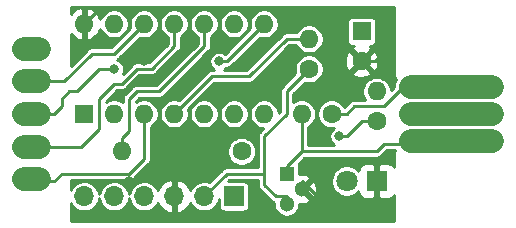
<source format=gbr>
G04 #@! TF.GenerationSoftware,KiCad,Pcbnew,(5.1.5)-3*
G04 #@! TF.CreationDate,2022-03-24T10:50:37-07:00*
G04 #@! TF.ProjectId,wiijoy,7769696a-6f79-42e6-9b69-6361645f7063,rev?*
G04 #@! TF.SameCoordinates,Original*
G04 #@! TF.FileFunction,Copper,L1,Top*
G04 #@! TF.FilePolarity,Positive*
%FSLAX46Y46*%
G04 Gerber Fmt 4.6, Leading zero omitted, Abs format (unit mm)*
G04 Created by KiCad (PCBNEW (5.1.5)-3) date 2022-03-24 10:50:37*
%MOMM*%
%LPD*%
G04 APERTURE LIST*
%ADD10R,1.300000X1.300000*%
%ADD11C,1.300000*%
%ADD12O,1.600000X1.600000*%
%ADD13C,1.600000*%
%ADD14O,1.700000X1.700000*%
%ADD15R,1.700000X1.700000*%
%ADD16R,1.600000X1.600000*%
%ADD17C,1.800000*%
%ADD18R,1.800000X1.800000*%
%ADD19C,0.800000*%
%ADD20C,2.000000*%
%ADD21C,0.250000*%
%ADD22C,0.254000*%
G04 APERTURE END LIST*
D10*
X160883600Y-108534200D03*
D11*
X160883600Y-111074200D03*
X162153600Y-109804200D03*
D12*
X168503600Y-101549200D03*
D13*
X168503600Y-104089200D03*
D12*
X146913600Y-106629200D03*
D13*
X157073600Y-106629200D03*
D14*
X143738600Y-110439200D03*
X146278600Y-110439200D03*
X148818600Y-110439200D03*
X151358600Y-110439200D03*
X153898600Y-110439200D03*
D15*
X156438600Y-110439200D03*
D12*
X143738600Y-95834200D03*
X158978600Y-103454200D03*
X146278600Y-95834200D03*
X156438600Y-103454200D03*
X148818600Y-95834200D03*
X153898600Y-103454200D03*
X151358600Y-95834200D03*
X151358600Y-103454200D03*
X153898600Y-95834200D03*
X148818600Y-103454200D03*
X156438600Y-95834200D03*
X146278600Y-103454200D03*
X158978600Y-95834200D03*
D16*
X143738600Y-103454200D03*
D12*
X162788600Y-97104200D03*
D13*
X162788600Y-99644200D03*
D12*
X162153600Y-103454200D03*
D13*
X164693600Y-103454200D03*
D17*
X165963600Y-109147229D03*
D18*
X168503600Y-109147229D03*
D13*
X167233600Y-98969200D03*
D16*
X167233600Y-96469200D03*
D19*
X148818600Y-99009200D03*
X147548600Y-109169200D03*
X152146000Y-107746800D03*
X155092400Y-105283000D03*
X161137600Y-98602800D03*
X155168600Y-99009200D03*
X165328600Y-105359200D03*
X146278600Y-99644200D03*
D20*
X138658600Y-97919200D02*
X139928600Y-97919200D01*
X171388600Y-103479200D02*
X178288600Y-103479200D01*
X171388600Y-105779200D02*
X178288600Y-105779200D01*
D21*
X162153600Y-106629200D02*
X160883600Y-107899200D01*
X162153600Y-103454200D02*
X162153600Y-106629200D01*
X169138600Y-105994200D02*
X171173600Y-105994200D01*
X162153600Y-106629200D02*
X168503600Y-106629200D01*
X168503600Y-106629200D02*
X169138600Y-105994200D01*
X160883600Y-101549200D02*
X162788600Y-99644200D01*
X159964362Y-110439200D02*
X158978600Y-109453438D01*
X160883600Y-103454200D02*
X160883600Y-101549200D01*
X160883600Y-110439200D02*
X159964362Y-110439200D01*
X158978600Y-105359200D02*
X160883600Y-103454200D01*
X153898600Y-110439200D02*
X155803600Y-108534200D01*
X155803600Y-108534200D02*
X158978600Y-108534200D01*
X158978600Y-109453438D02*
X158978600Y-108534200D01*
X158978600Y-108534200D02*
X158978600Y-105359200D01*
X168503600Y-109147229D02*
X168503600Y-110439200D01*
X168503600Y-110439200D02*
X167868600Y-111074200D01*
X167868600Y-111074200D02*
X164058600Y-111074200D01*
X151358600Y-111641281D02*
X151993600Y-112276281D01*
X151358600Y-110439200D02*
X151358600Y-111641281D01*
X161586519Y-112276281D02*
X163423600Y-110439200D01*
X151993600Y-112276281D02*
X161586519Y-112276281D01*
X164058600Y-111074200D02*
X163423600Y-110439200D01*
X163423600Y-110439200D02*
X162153600Y-109169200D01*
X167233600Y-98969200D02*
X168364970Y-98969200D01*
X168364970Y-98969200D02*
X169138600Y-98195570D01*
X168503600Y-94564200D02*
X169138600Y-95199200D01*
X145008600Y-94564200D02*
X168503600Y-94564200D01*
X143738600Y-95834200D02*
X145008600Y-94564200D01*
X169138600Y-95199200D02*
X169138600Y-98195570D01*
D20*
X138658600Y-106229200D02*
X139928600Y-106229200D01*
D21*
X143503600Y-106229200D02*
X139928600Y-106229200D01*
X145008600Y-102184200D02*
X145008600Y-104724200D01*
X146278600Y-100914200D02*
X145008600Y-102184200D01*
X151358600Y-97739200D02*
X149453600Y-99644200D01*
X149453600Y-99644200D02*
X148183600Y-99644200D01*
X151358600Y-95834200D02*
X151358600Y-97739200D01*
X145008600Y-104724200D02*
X143503600Y-106229200D01*
X146913600Y-100914200D02*
X146278600Y-100914200D01*
X148183600Y-99644200D02*
X146913600Y-100914200D01*
D20*
X138658600Y-108999200D02*
X139928600Y-108999200D01*
D21*
X141833600Y-108534200D02*
X147548600Y-108534200D01*
X148818600Y-107264200D02*
X148818600Y-103454200D01*
X147548600Y-108534200D02*
X148818600Y-107264200D01*
X140563600Y-109169200D02*
X141198600Y-109169200D01*
X141198600Y-109169200D02*
X141833600Y-108534200D01*
X146913600Y-105497830D02*
X147548600Y-104862830D01*
X146913600Y-106629200D02*
X146913600Y-105497830D01*
X147548600Y-104862830D02*
X147548600Y-102184200D01*
X147548600Y-102184200D02*
X148183600Y-101549200D01*
X148183600Y-101549200D02*
X150088600Y-101549200D01*
X153898600Y-97739200D02*
X153898600Y-95834200D01*
X150088600Y-101549200D02*
X153898600Y-97739200D01*
D20*
X171388600Y-101179200D02*
X178288600Y-101179200D01*
D21*
X169138600Y-102819200D02*
X170778600Y-101179200D01*
X166598600Y-102819200D02*
X169138600Y-102819200D01*
X164693600Y-103454200D02*
X165963600Y-103454200D01*
X165963600Y-103454200D02*
X166598600Y-102819200D01*
X155803600Y-99009200D02*
X158978600Y-95834200D01*
X155168600Y-99009200D02*
X155803600Y-99009200D01*
X165328600Y-105359200D02*
X165963600Y-105359200D01*
X165963600Y-105359200D02*
X167233600Y-104089200D01*
X167233600Y-104089200D02*
X168503600Y-104089200D01*
X151358600Y-103454200D02*
X154533600Y-100279200D01*
X154533600Y-100279200D02*
X157708600Y-100279200D01*
X160883600Y-97104200D02*
X162788600Y-97104200D01*
X157708600Y-100279200D02*
X160883600Y-97104200D01*
D20*
X138658600Y-103459200D02*
X139928600Y-103459200D01*
D21*
X139928600Y-103459200D02*
X141193600Y-103459200D01*
X145008600Y-99644200D02*
X146278600Y-99644200D01*
X141193600Y-103459200D02*
X141833600Y-102819200D01*
X143103600Y-101549200D02*
X145008600Y-99644200D01*
X141833600Y-102819200D02*
X141833600Y-102184200D01*
X142468600Y-101549200D02*
X141833600Y-102184200D01*
X142468600Y-101549200D02*
X143103600Y-101549200D01*
D20*
X138658600Y-100689200D02*
X139928600Y-100689200D01*
D21*
X148818600Y-95834200D02*
X146278600Y-98374200D01*
X146278600Y-98374200D02*
X144373600Y-98374200D01*
X142058600Y-100689200D02*
X139928600Y-100689200D01*
X144373600Y-98374200D02*
X142058600Y-100689200D01*
D22*
G36*
X169956600Y-100086995D02*
G01*
X169954413Y-100109200D01*
X169963140Y-100197807D01*
X169988986Y-100283010D01*
X170030957Y-100361533D01*
X170084165Y-100426367D01*
X170087441Y-100430359D01*
X170145387Y-100477914D01*
X170063845Y-100630469D01*
X169982248Y-100899459D01*
X169954696Y-101179200D01*
X169958575Y-101218580D01*
X169730600Y-101446555D01*
X169730600Y-101428351D01*
X169683447Y-101191297D01*
X169590953Y-100967998D01*
X169456673Y-100767033D01*
X169285767Y-100596127D01*
X169084802Y-100461847D01*
X168861503Y-100369353D01*
X168624449Y-100322200D01*
X168382751Y-100322200D01*
X168145697Y-100369353D01*
X167922398Y-100461847D01*
X167721433Y-100596127D01*
X167550527Y-100767033D01*
X167416247Y-100967998D01*
X167323753Y-101191297D01*
X167276600Y-101428351D01*
X167276600Y-101670049D01*
X167323753Y-101907103D01*
X167416247Y-102130402D01*
X167507652Y-102267200D01*
X166625708Y-102267200D01*
X166598600Y-102264530D01*
X166490389Y-102275188D01*
X166386337Y-102306752D01*
X166290442Y-102358009D01*
X166243587Y-102396462D01*
X166206389Y-102426989D01*
X166189108Y-102448046D01*
X165774226Y-102862930D01*
X165646673Y-102672033D01*
X165475767Y-102501127D01*
X165274802Y-102366847D01*
X165051503Y-102274353D01*
X164814449Y-102227200D01*
X164572751Y-102227200D01*
X164335697Y-102274353D01*
X164112398Y-102366847D01*
X163911433Y-102501127D01*
X163740527Y-102672033D01*
X163606247Y-102872998D01*
X163513753Y-103096297D01*
X163466600Y-103333351D01*
X163466600Y-103575049D01*
X163513753Y-103812103D01*
X163606247Y-104035402D01*
X163740527Y-104236367D01*
X163911433Y-104407273D01*
X164112398Y-104541553D01*
X164335697Y-104634047D01*
X164572751Y-104681200D01*
X164814449Y-104681200D01*
X164871818Y-104669789D01*
X164801419Y-104716828D01*
X164686228Y-104832019D01*
X164595723Y-104967469D01*
X164533382Y-105117973D01*
X164501600Y-105277748D01*
X164501600Y-105440652D01*
X164533382Y-105600427D01*
X164595723Y-105750931D01*
X164686228Y-105886381D01*
X164801419Y-106001572D01*
X164914604Y-106077200D01*
X162705600Y-106077200D01*
X162705600Y-104553649D01*
X162734802Y-104541553D01*
X162935767Y-104407273D01*
X163106673Y-104236367D01*
X163240953Y-104035402D01*
X163333447Y-103812103D01*
X163380600Y-103575049D01*
X163380600Y-103333351D01*
X163333447Y-103096297D01*
X163240953Y-102872998D01*
X163106673Y-102672033D01*
X162935767Y-102501127D01*
X162734802Y-102366847D01*
X162511503Y-102274353D01*
X162274449Y-102227200D01*
X162032751Y-102227200D01*
X161795697Y-102274353D01*
X161572398Y-102366847D01*
X161435600Y-102458252D01*
X161435600Y-101777844D01*
X162401494Y-100811951D01*
X162430697Y-100824047D01*
X162667751Y-100871200D01*
X162909449Y-100871200D01*
X163146503Y-100824047D01*
X163369802Y-100731553D01*
X163570767Y-100597273D01*
X163741673Y-100426367D01*
X163875953Y-100225402D01*
X163968447Y-100002103D01*
X163976443Y-99961902D01*
X166420503Y-99961902D01*
X166492086Y-100205871D01*
X166747596Y-100326771D01*
X167021784Y-100395500D01*
X167304112Y-100409417D01*
X167583730Y-100367987D01*
X167849892Y-100272803D01*
X167975114Y-100205871D01*
X168046697Y-99961902D01*
X167233600Y-99148805D01*
X166420503Y-99961902D01*
X163976443Y-99961902D01*
X164015600Y-99765049D01*
X164015600Y-99523351D01*
X163968447Y-99286297D01*
X163875953Y-99062998D01*
X163860394Y-99039712D01*
X165793383Y-99039712D01*
X165834813Y-99319330D01*
X165929997Y-99585492D01*
X165996929Y-99710714D01*
X166240898Y-99782297D01*
X167053995Y-98969200D01*
X167413205Y-98969200D01*
X168226302Y-99782297D01*
X168470271Y-99710714D01*
X168591171Y-99455204D01*
X168659900Y-99181016D01*
X168673817Y-98898688D01*
X168632387Y-98619070D01*
X168537203Y-98352908D01*
X168470271Y-98227686D01*
X168226302Y-98156103D01*
X167413205Y-98969200D01*
X167053995Y-98969200D01*
X166240898Y-98156103D01*
X165996929Y-98227686D01*
X165876029Y-98483196D01*
X165807300Y-98757384D01*
X165793383Y-99039712D01*
X163860394Y-99039712D01*
X163741673Y-98862033D01*
X163570767Y-98691127D01*
X163369802Y-98556847D01*
X163146503Y-98464353D01*
X162909449Y-98417200D01*
X162667751Y-98417200D01*
X162430697Y-98464353D01*
X162207398Y-98556847D01*
X162006433Y-98691127D01*
X161835527Y-98862033D01*
X161701247Y-99062998D01*
X161608753Y-99286297D01*
X161561600Y-99523351D01*
X161561600Y-99765049D01*
X161608753Y-100002103D01*
X161620849Y-100031306D01*
X160512452Y-101139704D01*
X160491390Y-101156989D01*
X160437743Y-101222359D01*
X160422409Y-101241043D01*
X160371152Y-101336938D01*
X160339589Y-101440990D01*
X160328930Y-101549200D01*
X160331601Y-101576316D01*
X160331600Y-103225554D01*
X160205600Y-103351554D01*
X160205600Y-103333351D01*
X160158447Y-103096297D01*
X160065953Y-102872998D01*
X159931673Y-102672033D01*
X159760767Y-102501127D01*
X159559802Y-102366847D01*
X159336503Y-102274353D01*
X159099449Y-102227200D01*
X158857751Y-102227200D01*
X158620697Y-102274353D01*
X158397398Y-102366847D01*
X158196433Y-102501127D01*
X158025527Y-102672033D01*
X157891247Y-102872998D01*
X157798753Y-103096297D01*
X157751600Y-103333351D01*
X157751600Y-103575049D01*
X157798753Y-103812103D01*
X157891247Y-104035402D01*
X158025527Y-104236367D01*
X158196433Y-104407273D01*
X158397398Y-104541553D01*
X158620697Y-104634047D01*
X158857751Y-104681200D01*
X158875956Y-104681200D01*
X158607452Y-104949704D01*
X158586390Y-104966989D01*
X158532743Y-105032359D01*
X158517409Y-105051043D01*
X158466152Y-105146938D01*
X158458857Y-105170988D01*
X158439748Y-105233984D01*
X158434589Y-105250990D01*
X158423930Y-105359200D01*
X158426601Y-105386316D01*
X158426600Y-107982200D01*
X155830708Y-107982200D01*
X155803600Y-107979530D01*
X155695389Y-107990188D01*
X155591337Y-108021752D01*
X155495442Y-108073009D01*
X155448587Y-108111462D01*
X155411389Y-108141989D01*
X155394108Y-108163046D01*
X154323974Y-109233181D01*
X154271087Y-109211274D01*
X154024374Y-109162200D01*
X153772826Y-109162200D01*
X153526113Y-109211274D01*
X153293714Y-109307537D01*
X153084560Y-109447289D01*
X152906689Y-109625160D01*
X152766937Y-109834314D01*
X152737403Y-109905616D01*
X152702757Y-109807948D01*
X152553778Y-109557845D01*
X152358869Y-109341612D01*
X152125520Y-109167559D01*
X151862699Y-109042375D01*
X151715490Y-108997724D01*
X151485600Y-109119045D01*
X151485600Y-110312200D01*
X151505600Y-110312200D01*
X151505600Y-110566200D01*
X151485600Y-110566200D01*
X151485600Y-111759355D01*
X151715490Y-111880676D01*
X151862699Y-111836025D01*
X152125520Y-111710841D01*
X152358869Y-111536788D01*
X152553778Y-111320555D01*
X152702757Y-111070452D01*
X152737403Y-110972784D01*
X152766937Y-111044086D01*
X152906689Y-111253240D01*
X153084560Y-111431111D01*
X153293714Y-111570863D01*
X153526113Y-111667126D01*
X153772826Y-111716200D01*
X154024374Y-111716200D01*
X154271087Y-111667126D01*
X154503486Y-111570863D01*
X154712640Y-111431111D01*
X154890511Y-111253240D01*
X155030263Y-111044086D01*
X155126526Y-110811687D01*
X155159534Y-110645744D01*
X155159534Y-111289200D01*
X155167778Y-111372907D01*
X155192195Y-111453396D01*
X155231845Y-111527576D01*
X155285205Y-111592595D01*
X155350224Y-111645955D01*
X155424404Y-111685605D01*
X155504893Y-111710022D01*
X155588600Y-111718266D01*
X157288600Y-111718266D01*
X157372307Y-111710022D01*
X157452796Y-111685605D01*
X157526976Y-111645955D01*
X157591995Y-111592595D01*
X157645355Y-111527576D01*
X157685005Y-111453396D01*
X157709422Y-111372907D01*
X157717666Y-111289200D01*
X157717666Y-109589200D01*
X157709422Y-109505493D01*
X157685005Y-109425004D01*
X157645355Y-109350824D01*
X157591995Y-109285805D01*
X157526976Y-109232445D01*
X157452796Y-109192795D01*
X157372307Y-109168378D01*
X157288600Y-109160134D01*
X155958312Y-109160134D01*
X156032246Y-109086200D01*
X158426600Y-109086200D01*
X158426600Y-109426332D01*
X158423930Y-109453438D01*
X158426600Y-109480544D01*
X158426600Y-109480546D01*
X158434588Y-109561648D01*
X158466152Y-109665700D01*
X158517409Y-109761596D01*
X158586389Y-109845649D01*
X158607456Y-109862938D01*
X159554866Y-110810349D01*
X159572151Y-110831411D01*
X159656204Y-110900391D01*
X159752099Y-110951648D01*
X159806600Y-110968181D01*
X159806600Y-111180275D01*
X159847989Y-111388349D01*
X159929175Y-111584351D01*
X160047040Y-111760747D01*
X160197053Y-111910760D01*
X160373449Y-112028625D01*
X160569451Y-112109811D01*
X160777525Y-112151200D01*
X160989675Y-112151200D01*
X161197749Y-112109811D01*
X161393751Y-112028625D01*
X161570147Y-111910760D01*
X161720160Y-111760747D01*
X161838025Y-111584351D01*
X161919211Y-111388349D01*
X161960600Y-111180275D01*
X161960600Y-111079341D01*
X161977124Y-111083302D01*
X162230055Y-111093152D01*
X162480049Y-111053470D01*
X162717496Y-110965778D01*
X162806134Y-110918401D01*
X162859522Y-110689727D01*
X162153600Y-109983805D01*
X162139458Y-109997948D01*
X161959853Y-109818343D01*
X161973995Y-109804200D01*
X162333205Y-109804200D01*
X163039127Y-110510122D01*
X163267801Y-110456734D01*
X163373695Y-110226826D01*
X163432702Y-109980676D01*
X163442552Y-109727745D01*
X163402870Y-109477751D01*
X163315178Y-109240304D01*
X163267801Y-109151666D01*
X163039127Y-109098278D01*
X162333205Y-109804200D01*
X161973995Y-109804200D01*
X161959853Y-109790058D01*
X162139458Y-109610453D01*
X162153600Y-109624595D01*
X162761664Y-109016531D01*
X164636600Y-109016531D01*
X164636600Y-109277927D01*
X164687596Y-109534301D01*
X164787628Y-109775799D01*
X164932852Y-109993142D01*
X165117687Y-110177977D01*
X165335030Y-110323201D01*
X165576528Y-110423233D01*
X165832902Y-110474229D01*
X166094298Y-110474229D01*
X166350672Y-110423233D01*
X166592170Y-110323201D01*
X166809513Y-110177977D01*
X166965655Y-110021835D01*
X166965528Y-110047229D01*
X166977788Y-110171711D01*
X167014098Y-110291409D01*
X167073063Y-110401723D01*
X167152415Y-110498414D01*
X167249106Y-110577766D01*
X167359420Y-110636731D01*
X167479118Y-110673041D01*
X167603600Y-110685301D01*
X168217850Y-110682229D01*
X168376600Y-110523479D01*
X168376600Y-109274229D01*
X168356600Y-109274229D01*
X168356600Y-109020229D01*
X168376600Y-109020229D01*
X168376600Y-107770979D01*
X168217850Y-107612229D01*
X167603600Y-107609157D01*
X167479118Y-107621417D01*
X167359420Y-107657727D01*
X167249106Y-107716692D01*
X167152415Y-107796044D01*
X167073063Y-107892735D01*
X167014098Y-108003049D01*
X166977788Y-108122747D01*
X166965528Y-108247229D01*
X166965655Y-108272623D01*
X166809513Y-108116481D01*
X166592170Y-107971257D01*
X166350672Y-107871225D01*
X166094298Y-107820229D01*
X165832902Y-107820229D01*
X165576528Y-107871225D01*
X165335030Y-107971257D01*
X165117687Y-108116481D01*
X164932852Y-108301316D01*
X164787628Y-108518659D01*
X164687596Y-108760157D01*
X164636600Y-109016531D01*
X162761664Y-109016531D01*
X162859522Y-108918673D01*
X162806134Y-108689999D01*
X162576226Y-108584105D01*
X162330076Y-108525098D01*
X162077145Y-108515248D01*
X161962666Y-108533419D01*
X161962666Y-107884200D01*
X161954422Y-107800493D01*
X161930005Y-107720004D01*
X161899852Y-107663593D01*
X162382246Y-107181200D01*
X168476494Y-107181200D01*
X168503600Y-107183870D01*
X168530706Y-107181200D01*
X168530709Y-107181200D01*
X168611811Y-107173212D01*
X168715863Y-107141648D01*
X168811758Y-107090391D01*
X168895811Y-107021411D01*
X168913100Y-107000344D01*
X169367245Y-106546200D01*
X170039711Y-106546200D01*
X170030957Y-106556867D01*
X169988986Y-106635390D01*
X169963140Y-106720593D01*
X169954413Y-106809200D01*
X169956600Y-106831405D01*
X169956600Y-107934760D01*
X169934137Y-107892735D01*
X169854785Y-107796044D01*
X169758094Y-107716692D01*
X169647780Y-107657727D01*
X169528082Y-107621417D01*
X169403600Y-107609157D01*
X168789350Y-107612229D01*
X168630600Y-107770979D01*
X168630600Y-109020229D01*
X168650600Y-109020229D01*
X168650600Y-109274229D01*
X168630600Y-109274229D01*
X168630600Y-110523479D01*
X168789350Y-110682229D01*
X169403600Y-110685301D01*
X169528082Y-110673041D01*
X169647780Y-110636731D01*
X169758094Y-110577766D01*
X169854785Y-110498414D01*
X169934137Y-110401723D01*
X169956601Y-110359697D01*
X169956601Y-112527200D01*
X142595600Y-112527200D01*
X142595600Y-111016716D01*
X142606937Y-111044086D01*
X142746689Y-111253240D01*
X142924560Y-111431111D01*
X143133714Y-111570863D01*
X143366113Y-111667126D01*
X143612826Y-111716200D01*
X143864374Y-111716200D01*
X144111087Y-111667126D01*
X144343486Y-111570863D01*
X144552640Y-111431111D01*
X144730511Y-111253240D01*
X144870263Y-111044086D01*
X144966526Y-110811687D01*
X145008600Y-110600166D01*
X145050674Y-110811687D01*
X145146937Y-111044086D01*
X145286689Y-111253240D01*
X145464560Y-111431111D01*
X145673714Y-111570863D01*
X145906113Y-111667126D01*
X146152826Y-111716200D01*
X146404374Y-111716200D01*
X146651087Y-111667126D01*
X146883486Y-111570863D01*
X147092640Y-111431111D01*
X147270511Y-111253240D01*
X147410263Y-111044086D01*
X147506526Y-110811687D01*
X147548600Y-110600166D01*
X147590674Y-110811687D01*
X147686937Y-111044086D01*
X147826689Y-111253240D01*
X148004560Y-111431111D01*
X148213714Y-111570863D01*
X148446113Y-111667126D01*
X148692826Y-111716200D01*
X148944374Y-111716200D01*
X149191087Y-111667126D01*
X149423486Y-111570863D01*
X149632640Y-111431111D01*
X149810511Y-111253240D01*
X149950263Y-111044086D01*
X149979797Y-110972784D01*
X150014443Y-111070452D01*
X150163422Y-111320555D01*
X150358331Y-111536788D01*
X150591680Y-111710841D01*
X150854501Y-111836025D01*
X151001710Y-111880676D01*
X151231600Y-111759355D01*
X151231600Y-110566200D01*
X151211600Y-110566200D01*
X151211600Y-110312200D01*
X151231600Y-110312200D01*
X151231600Y-109119045D01*
X151001710Y-108997724D01*
X150854501Y-109042375D01*
X150591680Y-109167559D01*
X150358331Y-109341612D01*
X150163422Y-109557845D01*
X150014443Y-109807948D01*
X149979797Y-109905616D01*
X149950263Y-109834314D01*
X149810511Y-109625160D01*
X149632640Y-109447289D01*
X149423486Y-109307537D01*
X149191087Y-109211274D01*
X148944374Y-109162200D01*
X148692826Y-109162200D01*
X148446113Y-109211274D01*
X148213714Y-109307537D01*
X148004560Y-109447289D01*
X147826689Y-109625160D01*
X147686937Y-109834314D01*
X147590674Y-110066713D01*
X147548600Y-110278234D01*
X147506526Y-110066713D01*
X147410263Y-109834314D01*
X147270511Y-109625160D01*
X147092640Y-109447289D01*
X146883486Y-109307537D01*
X146651087Y-109211274D01*
X146404374Y-109162200D01*
X146152826Y-109162200D01*
X145906113Y-109211274D01*
X145673714Y-109307537D01*
X145464560Y-109447289D01*
X145286689Y-109625160D01*
X145146937Y-109834314D01*
X145050674Y-110066713D01*
X145008600Y-110278234D01*
X144966526Y-110066713D01*
X144870263Y-109834314D01*
X144730511Y-109625160D01*
X144552640Y-109447289D01*
X144343486Y-109307537D01*
X144111087Y-109211274D01*
X143864374Y-109162200D01*
X143612826Y-109162200D01*
X143366113Y-109211274D01*
X143133714Y-109307537D01*
X142924560Y-109447289D01*
X142746689Y-109625160D01*
X142606937Y-109834314D01*
X142595600Y-109861684D01*
X142595600Y-109086200D01*
X147521494Y-109086200D01*
X147548600Y-109088870D01*
X147575706Y-109086200D01*
X147575709Y-109086200D01*
X147656811Y-109078212D01*
X147760863Y-109046648D01*
X147856758Y-108995391D01*
X147940811Y-108926411D01*
X147958100Y-108905344D01*
X149189754Y-107673692D01*
X149210811Y-107656411D01*
X149264457Y-107591043D01*
X149279791Y-107572359D01*
X149331047Y-107476464D01*
X149331048Y-107476463D01*
X149362612Y-107372411D01*
X149370600Y-107291309D01*
X149370600Y-107291299D01*
X149373269Y-107264201D01*
X149370600Y-107237103D01*
X149370600Y-106508351D01*
X155846600Y-106508351D01*
X155846600Y-106750049D01*
X155893753Y-106987103D01*
X155986247Y-107210402D01*
X156120527Y-107411367D01*
X156291433Y-107582273D01*
X156492398Y-107716553D01*
X156715697Y-107809047D01*
X156952751Y-107856200D01*
X157194449Y-107856200D01*
X157431503Y-107809047D01*
X157654802Y-107716553D01*
X157855767Y-107582273D01*
X158026673Y-107411367D01*
X158160953Y-107210402D01*
X158253447Y-106987103D01*
X158300600Y-106750049D01*
X158300600Y-106508351D01*
X158253447Y-106271297D01*
X158160953Y-106047998D01*
X158026673Y-105847033D01*
X157855767Y-105676127D01*
X157654802Y-105541847D01*
X157431503Y-105449353D01*
X157194449Y-105402200D01*
X156952751Y-105402200D01*
X156715697Y-105449353D01*
X156492398Y-105541847D01*
X156291433Y-105676127D01*
X156120527Y-105847033D01*
X155986247Y-106047998D01*
X155893753Y-106271297D01*
X155846600Y-106508351D01*
X149370600Y-106508351D01*
X149370600Y-104553649D01*
X149399802Y-104541553D01*
X149600767Y-104407273D01*
X149771673Y-104236367D01*
X149905953Y-104035402D01*
X149998447Y-103812103D01*
X150045600Y-103575049D01*
X150045600Y-103333351D01*
X150131600Y-103333351D01*
X150131600Y-103575049D01*
X150178753Y-103812103D01*
X150271247Y-104035402D01*
X150405527Y-104236367D01*
X150576433Y-104407273D01*
X150777398Y-104541553D01*
X151000697Y-104634047D01*
X151237751Y-104681200D01*
X151479449Y-104681200D01*
X151716503Y-104634047D01*
X151939802Y-104541553D01*
X152140767Y-104407273D01*
X152311673Y-104236367D01*
X152445953Y-104035402D01*
X152538447Y-103812103D01*
X152585600Y-103575049D01*
X152585600Y-103333351D01*
X152671600Y-103333351D01*
X152671600Y-103575049D01*
X152718753Y-103812103D01*
X152811247Y-104035402D01*
X152945527Y-104236367D01*
X153116433Y-104407273D01*
X153317398Y-104541553D01*
X153540697Y-104634047D01*
X153777751Y-104681200D01*
X154019449Y-104681200D01*
X154256503Y-104634047D01*
X154479802Y-104541553D01*
X154680767Y-104407273D01*
X154851673Y-104236367D01*
X154985953Y-104035402D01*
X155078447Y-103812103D01*
X155125600Y-103575049D01*
X155125600Y-103333351D01*
X155211600Y-103333351D01*
X155211600Y-103575049D01*
X155258753Y-103812103D01*
X155351247Y-104035402D01*
X155485527Y-104236367D01*
X155656433Y-104407273D01*
X155857398Y-104541553D01*
X156080697Y-104634047D01*
X156317751Y-104681200D01*
X156559449Y-104681200D01*
X156796503Y-104634047D01*
X157019802Y-104541553D01*
X157220767Y-104407273D01*
X157391673Y-104236367D01*
X157525953Y-104035402D01*
X157618447Y-103812103D01*
X157665600Y-103575049D01*
X157665600Y-103333351D01*
X157618447Y-103096297D01*
X157525953Y-102872998D01*
X157391673Y-102672033D01*
X157220767Y-102501127D01*
X157019802Y-102366847D01*
X156796503Y-102274353D01*
X156559449Y-102227200D01*
X156317751Y-102227200D01*
X156080697Y-102274353D01*
X155857398Y-102366847D01*
X155656433Y-102501127D01*
X155485527Y-102672033D01*
X155351247Y-102872998D01*
X155258753Y-103096297D01*
X155211600Y-103333351D01*
X155125600Y-103333351D01*
X155078447Y-103096297D01*
X154985953Y-102872998D01*
X154851673Y-102672033D01*
X154680767Y-102501127D01*
X154479802Y-102366847D01*
X154256503Y-102274353D01*
X154019449Y-102227200D01*
X153777751Y-102227200D01*
X153540697Y-102274353D01*
X153317398Y-102366847D01*
X153116433Y-102501127D01*
X152945527Y-102672033D01*
X152811247Y-102872998D01*
X152718753Y-103096297D01*
X152671600Y-103333351D01*
X152585600Y-103333351D01*
X152538447Y-103096297D01*
X152526351Y-103067094D01*
X154762246Y-100831200D01*
X157681494Y-100831200D01*
X157708600Y-100833870D01*
X157735706Y-100831200D01*
X157735709Y-100831200D01*
X157816811Y-100823212D01*
X157920863Y-100791648D01*
X158016758Y-100740391D01*
X158100811Y-100671411D01*
X158118101Y-100650344D01*
X161112246Y-97656200D01*
X161689151Y-97656200D01*
X161701247Y-97685402D01*
X161835527Y-97886367D01*
X162006433Y-98057273D01*
X162207398Y-98191553D01*
X162430697Y-98284047D01*
X162667751Y-98331200D01*
X162909449Y-98331200D01*
X163146503Y-98284047D01*
X163369802Y-98191553D01*
X163570767Y-98057273D01*
X163741673Y-97886367D01*
X163875953Y-97685402D01*
X163968447Y-97462103D01*
X164015600Y-97225049D01*
X164015600Y-96983351D01*
X163968447Y-96746297D01*
X163875953Y-96522998D01*
X163741673Y-96322033D01*
X163570767Y-96151127D01*
X163369802Y-96016847D01*
X163146503Y-95924353D01*
X162909449Y-95877200D01*
X162667751Y-95877200D01*
X162430697Y-95924353D01*
X162207398Y-96016847D01*
X162006433Y-96151127D01*
X161835527Y-96322033D01*
X161701247Y-96522998D01*
X161689151Y-96552200D01*
X160910705Y-96552200D01*
X160883599Y-96549530D01*
X160856493Y-96552200D01*
X160856491Y-96552200D01*
X160775389Y-96560188D01*
X160671337Y-96591752D01*
X160575442Y-96643009D01*
X160491389Y-96711989D01*
X160474108Y-96733046D01*
X157479956Y-99727200D01*
X155582596Y-99727200D01*
X155695781Y-99651572D01*
X155785287Y-99562066D01*
X155803600Y-99563870D01*
X155830706Y-99561200D01*
X155830709Y-99561200D01*
X155911811Y-99553212D01*
X156015863Y-99521648D01*
X156111758Y-99470391D01*
X156195811Y-99401411D01*
X156213101Y-99380344D01*
X158591495Y-97001951D01*
X158620697Y-97014047D01*
X158857751Y-97061200D01*
X159099449Y-97061200D01*
X159336503Y-97014047D01*
X159559802Y-96921553D01*
X159760767Y-96787273D01*
X159931673Y-96616367D01*
X160065953Y-96415402D01*
X160158447Y-96192103D01*
X160205600Y-95955049D01*
X160205600Y-95713351D01*
X160196818Y-95669200D01*
X166004534Y-95669200D01*
X166004534Y-97269200D01*
X166012778Y-97352907D01*
X166037195Y-97433396D01*
X166076845Y-97507576D01*
X166130205Y-97572595D01*
X166195224Y-97625955D01*
X166269404Y-97665605D01*
X166349893Y-97690022D01*
X166433600Y-97698266D01*
X166556188Y-97698266D01*
X166492086Y-97732529D01*
X166420503Y-97976498D01*
X167233600Y-98789595D01*
X168046697Y-97976498D01*
X167975114Y-97732529D01*
X167902703Y-97698266D01*
X168033600Y-97698266D01*
X168117307Y-97690022D01*
X168197796Y-97665605D01*
X168271976Y-97625955D01*
X168336995Y-97572595D01*
X168390355Y-97507576D01*
X168430005Y-97433396D01*
X168454422Y-97352907D01*
X168462666Y-97269200D01*
X168462666Y-95669200D01*
X168454422Y-95585493D01*
X168430005Y-95505004D01*
X168390355Y-95430824D01*
X168336995Y-95365805D01*
X168271976Y-95312445D01*
X168197796Y-95272795D01*
X168117307Y-95248378D01*
X168033600Y-95240134D01*
X166433600Y-95240134D01*
X166349893Y-95248378D01*
X166269404Y-95272795D01*
X166195224Y-95312445D01*
X166130205Y-95365805D01*
X166076845Y-95430824D01*
X166037195Y-95505004D01*
X166012778Y-95585493D01*
X166004534Y-95669200D01*
X160196818Y-95669200D01*
X160158447Y-95476297D01*
X160065953Y-95252998D01*
X159931673Y-95052033D01*
X159760767Y-94881127D01*
X159559802Y-94746847D01*
X159336503Y-94654353D01*
X159099449Y-94607200D01*
X158857751Y-94607200D01*
X158620697Y-94654353D01*
X158397398Y-94746847D01*
X158196433Y-94881127D01*
X158025527Y-95052033D01*
X157891247Y-95252998D01*
X157798753Y-95476297D01*
X157751600Y-95713351D01*
X157751600Y-95955049D01*
X157798753Y-96192103D01*
X157810849Y-96221305D01*
X155677526Y-98354630D01*
X155560331Y-98276323D01*
X155409827Y-98213982D01*
X155250052Y-98182200D01*
X155087148Y-98182200D01*
X154927373Y-98213982D01*
X154776869Y-98276323D01*
X154641419Y-98366828D01*
X154526228Y-98482019D01*
X154435723Y-98617469D01*
X154373382Y-98767973D01*
X154341600Y-98927748D01*
X154341600Y-99090652D01*
X154373382Y-99250427D01*
X154435723Y-99400931D01*
X154526228Y-99536381D01*
X154641419Y-99651572D01*
X154754604Y-99727200D01*
X154560705Y-99727200D01*
X154533599Y-99724530D01*
X154506493Y-99727200D01*
X154506491Y-99727200D01*
X154425389Y-99735188D01*
X154321337Y-99766752D01*
X154225442Y-99818009D01*
X154141389Y-99886989D01*
X154124108Y-99908046D01*
X151745706Y-102286449D01*
X151716503Y-102274353D01*
X151479449Y-102227200D01*
X151237751Y-102227200D01*
X151000697Y-102274353D01*
X150777398Y-102366847D01*
X150576433Y-102501127D01*
X150405527Y-102672033D01*
X150271247Y-102872998D01*
X150178753Y-103096297D01*
X150131600Y-103333351D01*
X150045600Y-103333351D01*
X149998447Y-103096297D01*
X149905953Y-102872998D01*
X149771673Y-102672033D01*
X149600767Y-102501127D01*
X149399802Y-102366847D01*
X149176503Y-102274353D01*
X148939449Y-102227200D01*
X148697751Y-102227200D01*
X148460697Y-102274353D01*
X148237398Y-102366847D01*
X148100600Y-102458252D01*
X148100600Y-102412845D01*
X148412245Y-102101200D01*
X150061494Y-102101200D01*
X150088600Y-102103870D01*
X150115706Y-102101200D01*
X150115709Y-102101200D01*
X150196811Y-102093212D01*
X150300863Y-102061648D01*
X150396758Y-102010391D01*
X150480811Y-101941411D01*
X150498101Y-101920343D01*
X154269754Y-98148692D01*
X154290811Y-98131411D01*
X154359791Y-98047358D01*
X154411048Y-97951463D01*
X154442612Y-97847411D01*
X154450600Y-97766309D01*
X154450600Y-97766308D01*
X154453270Y-97739200D01*
X154450600Y-97712092D01*
X154450600Y-96933649D01*
X154479802Y-96921553D01*
X154680767Y-96787273D01*
X154851673Y-96616367D01*
X154985953Y-96415402D01*
X155078447Y-96192103D01*
X155125600Y-95955049D01*
X155125600Y-95713351D01*
X155211600Y-95713351D01*
X155211600Y-95955049D01*
X155258753Y-96192103D01*
X155351247Y-96415402D01*
X155485527Y-96616367D01*
X155656433Y-96787273D01*
X155857398Y-96921553D01*
X156080697Y-97014047D01*
X156317751Y-97061200D01*
X156559449Y-97061200D01*
X156796503Y-97014047D01*
X157019802Y-96921553D01*
X157220767Y-96787273D01*
X157391673Y-96616367D01*
X157525953Y-96415402D01*
X157618447Y-96192103D01*
X157665600Y-95955049D01*
X157665600Y-95713351D01*
X157618447Y-95476297D01*
X157525953Y-95252998D01*
X157391673Y-95052033D01*
X157220767Y-94881127D01*
X157019802Y-94746847D01*
X156796503Y-94654353D01*
X156559449Y-94607200D01*
X156317751Y-94607200D01*
X156080697Y-94654353D01*
X155857398Y-94746847D01*
X155656433Y-94881127D01*
X155485527Y-95052033D01*
X155351247Y-95252998D01*
X155258753Y-95476297D01*
X155211600Y-95713351D01*
X155125600Y-95713351D01*
X155078447Y-95476297D01*
X154985953Y-95252998D01*
X154851673Y-95052033D01*
X154680767Y-94881127D01*
X154479802Y-94746847D01*
X154256503Y-94654353D01*
X154019449Y-94607200D01*
X153777751Y-94607200D01*
X153540697Y-94654353D01*
X153317398Y-94746847D01*
X153116433Y-94881127D01*
X152945527Y-95052033D01*
X152811247Y-95252998D01*
X152718753Y-95476297D01*
X152671600Y-95713351D01*
X152671600Y-95955049D01*
X152718753Y-96192103D01*
X152811247Y-96415402D01*
X152945527Y-96616367D01*
X153116433Y-96787273D01*
X153317398Y-96921553D01*
X153346600Y-96933649D01*
X153346600Y-97510554D01*
X149859956Y-100997200D01*
X148210708Y-100997200D01*
X148183600Y-100994530D01*
X148075389Y-101005188D01*
X147971337Y-101036752D01*
X147875442Y-101088009D01*
X147828587Y-101126462D01*
X147791389Y-101156989D01*
X147774108Y-101178046D01*
X147177451Y-101774704D01*
X147156390Y-101791989D01*
X147097660Y-101863552D01*
X147087409Y-101876043D01*
X147036152Y-101971938D01*
X147004589Y-102075990D01*
X146993930Y-102184200D01*
X146996601Y-102211316D01*
X146996601Y-102458253D01*
X146859802Y-102366847D01*
X146636503Y-102274353D01*
X146399449Y-102227200D01*
X146157751Y-102227200D01*
X145920697Y-102274353D01*
X145697398Y-102366847D01*
X145560600Y-102458252D01*
X145560600Y-102412844D01*
X146507246Y-101466200D01*
X146886494Y-101466200D01*
X146913600Y-101468870D01*
X146940706Y-101466200D01*
X146940709Y-101466200D01*
X147021811Y-101458212D01*
X147125863Y-101426648D01*
X147221758Y-101375391D01*
X147305811Y-101306411D01*
X147323100Y-101285344D01*
X148412246Y-100196200D01*
X149426494Y-100196200D01*
X149453600Y-100198870D01*
X149480706Y-100196200D01*
X149480709Y-100196200D01*
X149561811Y-100188212D01*
X149665863Y-100156648D01*
X149761758Y-100105391D01*
X149845811Y-100036411D01*
X149863100Y-100015344D01*
X151729754Y-98148692D01*
X151750811Y-98131411D01*
X151819791Y-98047358D01*
X151871048Y-97951463D01*
X151902612Y-97847411D01*
X151910600Y-97766309D01*
X151910600Y-97766308D01*
X151913270Y-97739200D01*
X151910600Y-97712092D01*
X151910600Y-96933649D01*
X151939802Y-96921553D01*
X152140767Y-96787273D01*
X152311673Y-96616367D01*
X152445953Y-96415402D01*
X152538447Y-96192103D01*
X152585600Y-95955049D01*
X152585600Y-95713351D01*
X152538447Y-95476297D01*
X152445953Y-95252998D01*
X152311673Y-95052033D01*
X152140767Y-94881127D01*
X151939802Y-94746847D01*
X151716503Y-94654353D01*
X151479449Y-94607200D01*
X151237751Y-94607200D01*
X151000697Y-94654353D01*
X150777398Y-94746847D01*
X150576433Y-94881127D01*
X150405527Y-95052033D01*
X150271247Y-95252998D01*
X150178753Y-95476297D01*
X150131600Y-95713351D01*
X150131600Y-95955049D01*
X150178753Y-96192103D01*
X150271247Y-96415402D01*
X150405527Y-96616367D01*
X150576433Y-96787273D01*
X150777398Y-96921553D01*
X150806601Y-96933649D01*
X150806601Y-97510553D01*
X149224956Y-99092200D01*
X148210697Y-99092200D01*
X148183599Y-99089531D01*
X148156501Y-99092200D01*
X148156491Y-99092200D01*
X148075389Y-99100188D01*
X147971337Y-99131752D01*
X147939433Y-99148805D01*
X147875441Y-99183009D01*
X147828585Y-99221463D01*
X147791389Y-99251989D01*
X147774108Y-99273046D01*
X147011656Y-100035499D01*
X147073818Y-99885427D01*
X147105600Y-99725652D01*
X147105600Y-99562748D01*
X147073818Y-99402973D01*
X147011477Y-99252469D01*
X146920972Y-99117019D01*
X146805781Y-99001828D01*
X146670331Y-98911323D01*
X146543210Y-98858668D01*
X146586758Y-98835391D01*
X146670811Y-98766411D01*
X146688100Y-98745344D01*
X148431495Y-97001951D01*
X148460697Y-97014047D01*
X148697751Y-97061200D01*
X148939449Y-97061200D01*
X149176503Y-97014047D01*
X149399802Y-96921553D01*
X149600767Y-96787273D01*
X149771673Y-96616367D01*
X149905953Y-96415402D01*
X149998447Y-96192103D01*
X150045600Y-95955049D01*
X150045600Y-95713351D01*
X149998447Y-95476297D01*
X149905953Y-95252998D01*
X149771673Y-95052033D01*
X149600767Y-94881127D01*
X149399802Y-94746847D01*
X149176503Y-94654353D01*
X148939449Y-94607200D01*
X148697751Y-94607200D01*
X148460697Y-94654353D01*
X148237398Y-94746847D01*
X148036433Y-94881127D01*
X147865527Y-95052033D01*
X147731247Y-95252998D01*
X147638753Y-95476297D01*
X147591600Y-95713351D01*
X147591600Y-95955049D01*
X147638753Y-96192103D01*
X147650849Y-96221305D01*
X146049956Y-97822200D01*
X144400697Y-97822200D01*
X144373599Y-97819531D01*
X144346501Y-97822200D01*
X144346491Y-97822200D01*
X144265389Y-97830188D01*
X144161337Y-97861752D01*
X144116698Y-97885612D01*
X144065441Y-97913009D01*
X144018585Y-97951463D01*
X143981389Y-97981989D01*
X143964108Y-98003046D01*
X142595600Y-99371555D01*
X142595600Y-96699680D01*
X142775186Y-96897719D01*
X143001180Y-97065237D01*
X143255513Y-97185446D01*
X143389561Y-97226104D01*
X143611600Y-97104115D01*
X143611600Y-95961200D01*
X143591600Y-95961200D01*
X143591600Y-95707200D01*
X143611600Y-95707200D01*
X143611600Y-94564285D01*
X143865600Y-94564285D01*
X143865600Y-95707200D01*
X143885600Y-95707200D01*
X143885600Y-95961200D01*
X143865600Y-95961200D01*
X143865600Y-97104115D01*
X144087639Y-97226104D01*
X144221687Y-97185446D01*
X144476020Y-97065237D01*
X144702014Y-96897719D01*
X144890985Y-96689331D01*
X145035670Y-96448081D01*
X145114083Y-96229112D01*
X145191247Y-96415402D01*
X145325527Y-96616367D01*
X145496433Y-96787273D01*
X145697398Y-96921553D01*
X145920697Y-97014047D01*
X146157751Y-97061200D01*
X146399449Y-97061200D01*
X146636503Y-97014047D01*
X146859802Y-96921553D01*
X147060767Y-96787273D01*
X147231673Y-96616367D01*
X147365953Y-96415402D01*
X147458447Y-96192103D01*
X147505600Y-95955049D01*
X147505600Y-95713351D01*
X147458447Y-95476297D01*
X147365953Y-95252998D01*
X147231673Y-95052033D01*
X147060767Y-94881127D01*
X146859802Y-94746847D01*
X146636503Y-94654353D01*
X146399449Y-94607200D01*
X146157751Y-94607200D01*
X145920697Y-94654353D01*
X145697398Y-94746847D01*
X145496433Y-94881127D01*
X145325527Y-95052033D01*
X145191247Y-95252998D01*
X145114083Y-95439288D01*
X145035670Y-95220319D01*
X144890985Y-94979069D01*
X144702014Y-94770681D01*
X144476020Y-94603163D01*
X144221687Y-94482954D01*
X144087639Y-94442296D01*
X143865600Y-94564285D01*
X143611600Y-94564285D01*
X143389561Y-94442296D01*
X143255513Y-94482954D01*
X143001180Y-94603163D01*
X142775186Y-94770681D01*
X142595600Y-94968720D01*
X142595600Y-94381200D01*
X169956601Y-94381200D01*
X169956600Y-100086995D01*
G37*
X169956600Y-100086995D02*
X169954413Y-100109200D01*
X169963140Y-100197807D01*
X169988986Y-100283010D01*
X170030957Y-100361533D01*
X170084165Y-100426367D01*
X170087441Y-100430359D01*
X170145387Y-100477914D01*
X170063845Y-100630469D01*
X169982248Y-100899459D01*
X169954696Y-101179200D01*
X169958575Y-101218580D01*
X169730600Y-101446555D01*
X169730600Y-101428351D01*
X169683447Y-101191297D01*
X169590953Y-100967998D01*
X169456673Y-100767033D01*
X169285767Y-100596127D01*
X169084802Y-100461847D01*
X168861503Y-100369353D01*
X168624449Y-100322200D01*
X168382751Y-100322200D01*
X168145697Y-100369353D01*
X167922398Y-100461847D01*
X167721433Y-100596127D01*
X167550527Y-100767033D01*
X167416247Y-100967998D01*
X167323753Y-101191297D01*
X167276600Y-101428351D01*
X167276600Y-101670049D01*
X167323753Y-101907103D01*
X167416247Y-102130402D01*
X167507652Y-102267200D01*
X166625708Y-102267200D01*
X166598600Y-102264530D01*
X166490389Y-102275188D01*
X166386337Y-102306752D01*
X166290442Y-102358009D01*
X166243587Y-102396462D01*
X166206389Y-102426989D01*
X166189108Y-102448046D01*
X165774226Y-102862930D01*
X165646673Y-102672033D01*
X165475767Y-102501127D01*
X165274802Y-102366847D01*
X165051503Y-102274353D01*
X164814449Y-102227200D01*
X164572751Y-102227200D01*
X164335697Y-102274353D01*
X164112398Y-102366847D01*
X163911433Y-102501127D01*
X163740527Y-102672033D01*
X163606247Y-102872998D01*
X163513753Y-103096297D01*
X163466600Y-103333351D01*
X163466600Y-103575049D01*
X163513753Y-103812103D01*
X163606247Y-104035402D01*
X163740527Y-104236367D01*
X163911433Y-104407273D01*
X164112398Y-104541553D01*
X164335697Y-104634047D01*
X164572751Y-104681200D01*
X164814449Y-104681200D01*
X164871818Y-104669789D01*
X164801419Y-104716828D01*
X164686228Y-104832019D01*
X164595723Y-104967469D01*
X164533382Y-105117973D01*
X164501600Y-105277748D01*
X164501600Y-105440652D01*
X164533382Y-105600427D01*
X164595723Y-105750931D01*
X164686228Y-105886381D01*
X164801419Y-106001572D01*
X164914604Y-106077200D01*
X162705600Y-106077200D01*
X162705600Y-104553649D01*
X162734802Y-104541553D01*
X162935767Y-104407273D01*
X163106673Y-104236367D01*
X163240953Y-104035402D01*
X163333447Y-103812103D01*
X163380600Y-103575049D01*
X163380600Y-103333351D01*
X163333447Y-103096297D01*
X163240953Y-102872998D01*
X163106673Y-102672033D01*
X162935767Y-102501127D01*
X162734802Y-102366847D01*
X162511503Y-102274353D01*
X162274449Y-102227200D01*
X162032751Y-102227200D01*
X161795697Y-102274353D01*
X161572398Y-102366847D01*
X161435600Y-102458252D01*
X161435600Y-101777844D01*
X162401494Y-100811951D01*
X162430697Y-100824047D01*
X162667751Y-100871200D01*
X162909449Y-100871200D01*
X163146503Y-100824047D01*
X163369802Y-100731553D01*
X163570767Y-100597273D01*
X163741673Y-100426367D01*
X163875953Y-100225402D01*
X163968447Y-100002103D01*
X163976443Y-99961902D01*
X166420503Y-99961902D01*
X166492086Y-100205871D01*
X166747596Y-100326771D01*
X167021784Y-100395500D01*
X167304112Y-100409417D01*
X167583730Y-100367987D01*
X167849892Y-100272803D01*
X167975114Y-100205871D01*
X168046697Y-99961902D01*
X167233600Y-99148805D01*
X166420503Y-99961902D01*
X163976443Y-99961902D01*
X164015600Y-99765049D01*
X164015600Y-99523351D01*
X163968447Y-99286297D01*
X163875953Y-99062998D01*
X163860394Y-99039712D01*
X165793383Y-99039712D01*
X165834813Y-99319330D01*
X165929997Y-99585492D01*
X165996929Y-99710714D01*
X166240898Y-99782297D01*
X167053995Y-98969200D01*
X167413205Y-98969200D01*
X168226302Y-99782297D01*
X168470271Y-99710714D01*
X168591171Y-99455204D01*
X168659900Y-99181016D01*
X168673817Y-98898688D01*
X168632387Y-98619070D01*
X168537203Y-98352908D01*
X168470271Y-98227686D01*
X168226302Y-98156103D01*
X167413205Y-98969200D01*
X167053995Y-98969200D01*
X166240898Y-98156103D01*
X165996929Y-98227686D01*
X165876029Y-98483196D01*
X165807300Y-98757384D01*
X165793383Y-99039712D01*
X163860394Y-99039712D01*
X163741673Y-98862033D01*
X163570767Y-98691127D01*
X163369802Y-98556847D01*
X163146503Y-98464353D01*
X162909449Y-98417200D01*
X162667751Y-98417200D01*
X162430697Y-98464353D01*
X162207398Y-98556847D01*
X162006433Y-98691127D01*
X161835527Y-98862033D01*
X161701247Y-99062998D01*
X161608753Y-99286297D01*
X161561600Y-99523351D01*
X161561600Y-99765049D01*
X161608753Y-100002103D01*
X161620849Y-100031306D01*
X160512452Y-101139704D01*
X160491390Y-101156989D01*
X160437743Y-101222359D01*
X160422409Y-101241043D01*
X160371152Y-101336938D01*
X160339589Y-101440990D01*
X160328930Y-101549200D01*
X160331601Y-101576316D01*
X160331600Y-103225554D01*
X160205600Y-103351554D01*
X160205600Y-103333351D01*
X160158447Y-103096297D01*
X160065953Y-102872998D01*
X159931673Y-102672033D01*
X159760767Y-102501127D01*
X159559802Y-102366847D01*
X159336503Y-102274353D01*
X159099449Y-102227200D01*
X158857751Y-102227200D01*
X158620697Y-102274353D01*
X158397398Y-102366847D01*
X158196433Y-102501127D01*
X158025527Y-102672033D01*
X157891247Y-102872998D01*
X157798753Y-103096297D01*
X157751600Y-103333351D01*
X157751600Y-103575049D01*
X157798753Y-103812103D01*
X157891247Y-104035402D01*
X158025527Y-104236367D01*
X158196433Y-104407273D01*
X158397398Y-104541553D01*
X158620697Y-104634047D01*
X158857751Y-104681200D01*
X158875956Y-104681200D01*
X158607452Y-104949704D01*
X158586390Y-104966989D01*
X158532743Y-105032359D01*
X158517409Y-105051043D01*
X158466152Y-105146938D01*
X158458857Y-105170988D01*
X158439748Y-105233984D01*
X158434589Y-105250990D01*
X158423930Y-105359200D01*
X158426601Y-105386316D01*
X158426600Y-107982200D01*
X155830708Y-107982200D01*
X155803600Y-107979530D01*
X155695389Y-107990188D01*
X155591337Y-108021752D01*
X155495442Y-108073009D01*
X155448587Y-108111462D01*
X155411389Y-108141989D01*
X155394108Y-108163046D01*
X154323974Y-109233181D01*
X154271087Y-109211274D01*
X154024374Y-109162200D01*
X153772826Y-109162200D01*
X153526113Y-109211274D01*
X153293714Y-109307537D01*
X153084560Y-109447289D01*
X152906689Y-109625160D01*
X152766937Y-109834314D01*
X152737403Y-109905616D01*
X152702757Y-109807948D01*
X152553778Y-109557845D01*
X152358869Y-109341612D01*
X152125520Y-109167559D01*
X151862699Y-109042375D01*
X151715490Y-108997724D01*
X151485600Y-109119045D01*
X151485600Y-110312200D01*
X151505600Y-110312200D01*
X151505600Y-110566200D01*
X151485600Y-110566200D01*
X151485600Y-111759355D01*
X151715490Y-111880676D01*
X151862699Y-111836025D01*
X152125520Y-111710841D01*
X152358869Y-111536788D01*
X152553778Y-111320555D01*
X152702757Y-111070452D01*
X152737403Y-110972784D01*
X152766937Y-111044086D01*
X152906689Y-111253240D01*
X153084560Y-111431111D01*
X153293714Y-111570863D01*
X153526113Y-111667126D01*
X153772826Y-111716200D01*
X154024374Y-111716200D01*
X154271087Y-111667126D01*
X154503486Y-111570863D01*
X154712640Y-111431111D01*
X154890511Y-111253240D01*
X155030263Y-111044086D01*
X155126526Y-110811687D01*
X155159534Y-110645744D01*
X155159534Y-111289200D01*
X155167778Y-111372907D01*
X155192195Y-111453396D01*
X155231845Y-111527576D01*
X155285205Y-111592595D01*
X155350224Y-111645955D01*
X155424404Y-111685605D01*
X155504893Y-111710022D01*
X155588600Y-111718266D01*
X157288600Y-111718266D01*
X157372307Y-111710022D01*
X157452796Y-111685605D01*
X157526976Y-111645955D01*
X157591995Y-111592595D01*
X157645355Y-111527576D01*
X157685005Y-111453396D01*
X157709422Y-111372907D01*
X157717666Y-111289200D01*
X157717666Y-109589200D01*
X157709422Y-109505493D01*
X157685005Y-109425004D01*
X157645355Y-109350824D01*
X157591995Y-109285805D01*
X157526976Y-109232445D01*
X157452796Y-109192795D01*
X157372307Y-109168378D01*
X157288600Y-109160134D01*
X155958312Y-109160134D01*
X156032246Y-109086200D01*
X158426600Y-109086200D01*
X158426600Y-109426332D01*
X158423930Y-109453438D01*
X158426600Y-109480544D01*
X158426600Y-109480546D01*
X158434588Y-109561648D01*
X158466152Y-109665700D01*
X158517409Y-109761596D01*
X158586389Y-109845649D01*
X158607456Y-109862938D01*
X159554866Y-110810349D01*
X159572151Y-110831411D01*
X159656204Y-110900391D01*
X159752099Y-110951648D01*
X159806600Y-110968181D01*
X159806600Y-111180275D01*
X159847989Y-111388349D01*
X159929175Y-111584351D01*
X160047040Y-111760747D01*
X160197053Y-111910760D01*
X160373449Y-112028625D01*
X160569451Y-112109811D01*
X160777525Y-112151200D01*
X160989675Y-112151200D01*
X161197749Y-112109811D01*
X161393751Y-112028625D01*
X161570147Y-111910760D01*
X161720160Y-111760747D01*
X161838025Y-111584351D01*
X161919211Y-111388349D01*
X161960600Y-111180275D01*
X161960600Y-111079341D01*
X161977124Y-111083302D01*
X162230055Y-111093152D01*
X162480049Y-111053470D01*
X162717496Y-110965778D01*
X162806134Y-110918401D01*
X162859522Y-110689727D01*
X162153600Y-109983805D01*
X162139458Y-109997948D01*
X161959853Y-109818343D01*
X161973995Y-109804200D01*
X162333205Y-109804200D01*
X163039127Y-110510122D01*
X163267801Y-110456734D01*
X163373695Y-110226826D01*
X163432702Y-109980676D01*
X163442552Y-109727745D01*
X163402870Y-109477751D01*
X163315178Y-109240304D01*
X163267801Y-109151666D01*
X163039127Y-109098278D01*
X162333205Y-109804200D01*
X161973995Y-109804200D01*
X161959853Y-109790058D01*
X162139458Y-109610453D01*
X162153600Y-109624595D01*
X162761664Y-109016531D01*
X164636600Y-109016531D01*
X164636600Y-109277927D01*
X164687596Y-109534301D01*
X164787628Y-109775799D01*
X164932852Y-109993142D01*
X165117687Y-110177977D01*
X165335030Y-110323201D01*
X165576528Y-110423233D01*
X165832902Y-110474229D01*
X166094298Y-110474229D01*
X166350672Y-110423233D01*
X166592170Y-110323201D01*
X166809513Y-110177977D01*
X166965655Y-110021835D01*
X166965528Y-110047229D01*
X166977788Y-110171711D01*
X167014098Y-110291409D01*
X167073063Y-110401723D01*
X167152415Y-110498414D01*
X167249106Y-110577766D01*
X167359420Y-110636731D01*
X167479118Y-110673041D01*
X167603600Y-110685301D01*
X168217850Y-110682229D01*
X168376600Y-110523479D01*
X168376600Y-109274229D01*
X168356600Y-109274229D01*
X168356600Y-109020229D01*
X168376600Y-109020229D01*
X168376600Y-107770979D01*
X168217850Y-107612229D01*
X167603600Y-107609157D01*
X167479118Y-107621417D01*
X167359420Y-107657727D01*
X167249106Y-107716692D01*
X167152415Y-107796044D01*
X167073063Y-107892735D01*
X167014098Y-108003049D01*
X166977788Y-108122747D01*
X166965528Y-108247229D01*
X166965655Y-108272623D01*
X166809513Y-108116481D01*
X166592170Y-107971257D01*
X166350672Y-107871225D01*
X166094298Y-107820229D01*
X165832902Y-107820229D01*
X165576528Y-107871225D01*
X165335030Y-107971257D01*
X165117687Y-108116481D01*
X164932852Y-108301316D01*
X164787628Y-108518659D01*
X164687596Y-108760157D01*
X164636600Y-109016531D01*
X162761664Y-109016531D01*
X162859522Y-108918673D01*
X162806134Y-108689999D01*
X162576226Y-108584105D01*
X162330076Y-108525098D01*
X162077145Y-108515248D01*
X161962666Y-108533419D01*
X161962666Y-107884200D01*
X161954422Y-107800493D01*
X161930005Y-107720004D01*
X161899852Y-107663593D01*
X162382246Y-107181200D01*
X168476494Y-107181200D01*
X168503600Y-107183870D01*
X168530706Y-107181200D01*
X168530709Y-107181200D01*
X168611811Y-107173212D01*
X168715863Y-107141648D01*
X168811758Y-107090391D01*
X168895811Y-107021411D01*
X168913100Y-107000344D01*
X169367245Y-106546200D01*
X170039711Y-106546200D01*
X170030957Y-106556867D01*
X169988986Y-106635390D01*
X169963140Y-106720593D01*
X169954413Y-106809200D01*
X169956600Y-106831405D01*
X169956600Y-107934760D01*
X169934137Y-107892735D01*
X169854785Y-107796044D01*
X169758094Y-107716692D01*
X169647780Y-107657727D01*
X169528082Y-107621417D01*
X169403600Y-107609157D01*
X168789350Y-107612229D01*
X168630600Y-107770979D01*
X168630600Y-109020229D01*
X168650600Y-109020229D01*
X168650600Y-109274229D01*
X168630600Y-109274229D01*
X168630600Y-110523479D01*
X168789350Y-110682229D01*
X169403600Y-110685301D01*
X169528082Y-110673041D01*
X169647780Y-110636731D01*
X169758094Y-110577766D01*
X169854785Y-110498414D01*
X169934137Y-110401723D01*
X169956601Y-110359697D01*
X169956601Y-112527200D01*
X142595600Y-112527200D01*
X142595600Y-111016716D01*
X142606937Y-111044086D01*
X142746689Y-111253240D01*
X142924560Y-111431111D01*
X143133714Y-111570863D01*
X143366113Y-111667126D01*
X143612826Y-111716200D01*
X143864374Y-111716200D01*
X144111087Y-111667126D01*
X144343486Y-111570863D01*
X144552640Y-111431111D01*
X144730511Y-111253240D01*
X144870263Y-111044086D01*
X144966526Y-110811687D01*
X145008600Y-110600166D01*
X145050674Y-110811687D01*
X145146937Y-111044086D01*
X145286689Y-111253240D01*
X145464560Y-111431111D01*
X145673714Y-111570863D01*
X145906113Y-111667126D01*
X146152826Y-111716200D01*
X146404374Y-111716200D01*
X146651087Y-111667126D01*
X146883486Y-111570863D01*
X147092640Y-111431111D01*
X147270511Y-111253240D01*
X147410263Y-111044086D01*
X147506526Y-110811687D01*
X147548600Y-110600166D01*
X147590674Y-110811687D01*
X147686937Y-111044086D01*
X147826689Y-111253240D01*
X148004560Y-111431111D01*
X148213714Y-111570863D01*
X148446113Y-111667126D01*
X148692826Y-111716200D01*
X148944374Y-111716200D01*
X149191087Y-111667126D01*
X149423486Y-111570863D01*
X149632640Y-111431111D01*
X149810511Y-111253240D01*
X149950263Y-111044086D01*
X149979797Y-110972784D01*
X150014443Y-111070452D01*
X150163422Y-111320555D01*
X150358331Y-111536788D01*
X150591680Y-111710841D01*
X150854501Y-111836025D01*
X151001710Y-111880676D01*
X151231600Y-111759355D01*
X151231600Y-110566200D01*
X151211600Y-110566200D01*
X151211600Y-110312200D01*
X151231600Y-110312200D01*
X151231600Y-109119045D01*
X151001710Y-108997724D01*
X150854501Y-109042375D01*
X150591680Y-109167559D01*
X150358331Y-109341612D01*
X150163422Y-109557845D01*
X150014443Y-109807948D01*
X149979797Y-109905616D01*
X149950263Y-109834314D01*
X149810511Y-109625160D01*
X149632640Y-109447289D01*
X149423486Y-109307537D01*
X149191087Y-109211274D01*
X148944374Y-109162200D01*
X148692826Y-109162200D01*
X148446113Y-109211274D01*
X148213714Y-109307537D01*
X148004560Y-109447289D01*
X147826689Y-109625160D01*
X147686937Y-109834314D01*
X147590674Y-110066713D01*
X147548600Y-110278234D01*
X147506526Y-110066713D01*
X147410263Y-109834314D01*
X147270511Y-109625160D01*
X147092640Y-109447289D01*
X146883486Y-109307537D01*
X146651087Y-109211274D01*
X146404374Y-109162200D01*
X146152826Y-109162200D01*
X145906113Y-109211274D01*
X145673714Y-109307537D01*
X145464560Y-109447289D01*
X145286689Y-109625160D01*
X145146937Y-109834314D01*
X145050674Y-110066713D01*
X145008600Y-110278234D01*
X144966526Y-110066713D01*
X144870263Y-109834314D01*
X144730511Y-109625160D01*
X144552640Y-109447289D01*
X144343486Y-109307537D01*
X144111087Y-109211274D01*
X143864374Y-109162200D01*
X143612826Y-109162200D01*
X143366113Y-109211274D01*
X143133714Y-109307537D01*
X142924560Y-109447289D01*
X142746689Y-109625160D01*
X142606937Y-109834314D01*
X142595600Y-109861684D01*
X142595600Y-109086200D01*
X147521494Y-109086200D01*
X147548600Y-109088870D01*
X147575706Y-109086200D01*
X147575709Y-109086200D01*
X147656811Y-109078212D01*
X147760863Y-109046648D01*
X147856758Y-108995391D01*
X147940811Y-108926411D01*
X147958100Y-108905344D01*
X149189754Y-107673692D01*
X149210811Y-107656411D01*
X149264457Y-107591043D01*
X149279791Y-107572359D01*
X149331047Y-107476464D01*
X149331048Y-107476463D01*
X149362612Y-107372411D01*
X149370600Y-107291309D01*
X149370600Y-107291299D01*
X149373269Y-107264201D01*
X149370600Y-107237103D01*
X149370600Y-106508351D01*
X155846600Y-106508351D01*
X155846600Y-106750049D01*
X155893753Y-106987103D01*
X155986247Y-107210402D01*
X156120527Y-107411367D01*
X156291433Y-107582273D01*
X156492398Y-107716553D01*
X156715697Y-107809047D01*
X156952751Y-107856200D01*
X157194449Y-107856200D01*
X157431503Y-107809047D01*
X157654802Y-107716553D01*
X157855767Y-107582273D01*
X158026673Y-107411367D01*
X158160953Y-107210402D01*
X158253447Y-106987103D01*
X158300600Y-106750049D01*
X158300600Y-106508351D01*
X158253447Y-106271297D01*
X158160953Y-106047998D01*
X158026673Y-105847033D01*
X157855767Y-105676127D01*
X157654802Y-105541847D01*
X157431503Y-105449353D01*
X157194449Y-105402200D01*
X156952751Y-105402200D01*
X156715697Y-105449353D01*
X156492398Y-105541847D01*
X156291433Y-105676127D01*
X156120527Y-105847033D01*
X155986247Y-106047998D01*
X155893753Y-106271297D01*
X155846600Y-106508351D01*
X149370600Y-106508351D01*
X149370600Y-104553649D01*
X149399802Y-104541553D01*
X149600767Y-104407273D01*
X149771673Y-104236367D01*
X149905953Y-104035402D01*
X149998447Y-103812103D01*
X150045600Y-103575049D01*
X150045600Y-103333351D01*
X150131600Y-103333351D01*
X150131600Y-103575049D01*
X150178753Y-103812103D01*
X150271247Y-104035402D01*
X150405527Y-104236367D01*
X150576433Y-104407273D01*
X150777398Y-104541553D01*
X151000697Y-104634047D01*
X151237751Y-104681200D01*
X151479449Y-104681200D01*
X151716503Y-104634047D01*
X151939802Y-104541553D01*
X152140767Y-104407273D01*
X152311673Y-104236367D01*
X152445953Y-104035402D01*
X152538447Y-103812103D01*
X152585600Y-103575049D01*
X152585600Y-103333351D01*
X152671600Y-103333351D01*
X152671600Y-103575049D01*
X152718753Y-103812103D01*
X152811247Y-104035402D01*
X152945527Y-104236367D01*
X153116433Y-104407273D01*
X153317398Y-104541553D01*
X153540697Y-104634047D01*
X153777751Y-104681200D01*
X154019449Y-104681200D01*
X154256503Y-104634047D01*
X154479802Y-104541553D01*
X154680767Y-104407273D01*
X154851673Y-104236367D01*
X154985953Y-104035402D01*
X155078447Y-103812103D01*
X155125600Y-103575049D01*
X155125600Y-103333351D01*
X155211600Y-103333351D01*
X155211600Y-103575049D01*
X155258753Y-103812103D01*
X155351247Y-104035402D01*
X155485527Y-104236367D01*
X155656433Y-104407273D01*
X155857398Y-104541553D01*
X156080697Y-104634047D01*
X156317751Y-104681200D01*
X156559449Y-104681200D01*
X156796503Y-104634047D01*
X157019802Y-104541553D01*
X157220767Y-104407273D01*
X157391673Y-104236367D01*
X157525953Y-104035402D01*
X157618447Y-103812103D01*
X157665600Y-103575049D01*
X157665600Y-103333351D01*
X157618447Y-103096297D01*
X157525953Y-102872998D01*
X157391673Y-102672033D01*
X157220767Y-102501127D01*
X157019802Y-102366847D01*
X156796503Y-102274353D01*
X156559449Y-102227200D01*
X156317751Y-102227200D01*
X156080697Y-102274353D01*
X155857398Y-102366847D01*
X155656433Y-102501127D01*
X155485527Y-102672033D01*
X155351247Y-102872998D01*
X155258753Y-103096297D01*
X155211600Y-103333351D01*
X155125600Y-103333351D01*
X155078447Y-103096297D01*
X154985953Y-102872998D01*
X154851673Y-102672033D01*
X154680767Y-102501127D01*
X154479802Y-102366847D01*
X154256503Y-102274353D01*
X154019449Y-102227200D01*
X153777751Y-102227200D01*
X153540697Y-102274353D01*
X153317398Y-102366847D01*
X153116433Y-102501127D01*
X152945527Y-102672033D01*
X152811247Y-102872998D01*
X152718753Y-103096297D01*
X152671600Y-103333351D01*
X152585600Y-103333351D01*
X152538447Y-103096297D01*
X152526351Y-103067094D01*
X154762246Y-100831200D01*
X157681494Y-100831200D01*
X157708600Y-100833870D01*
X157735706Y-100831200D01*
X157735709Y-100831200D01*
X157816811Y-100823212D01*
X157920863Y-100791648D01*
X158016758Y-100740391D01*
X158100811Y-100671411D01*
X158118101Y-100650344D01*
X161112246Y-97656200D01*
X161689151Y-97656200D01*
X161701247Y-97685402D01*
X161835527Y-97886367D01*
X162006433Y-98057273D01*
X162207398Y-98191553D01*
X162430697Y-98284047D01*
X162667751Y-98331200D01*
X162909449Y-98331200D01*
X163146503Y-98284047D01*
X163369802Y-98191553D01*
X163570767Y-98057273D01*
X163741673Y-97886367D01*
X163875953Y-97685402D01*
X163968447Y-97462103D01*
X164015600Y-97225049D01*
X164015600Y-96983351D01*
X163968447Y-96746297D01*
X163875953Y-96522998D01*
X163741673Y-96322033D01*
X163570767Y-96151127D01*
X163369802Y-96016847D01*
X163146503Y-95924353D01*
X162909449Y-95877200D01*
X162667751Y-95877200D01*
X162430697Y-95924353D01*
X162207398Y-96016847D01*
X162006433Y-96151127D01*
X161835527Y-96322033D01*
X161701247Y-96522998D01*
X161689151Y-96552200D01*
X160910705Y-96552200D01*
X160883599Y-96549530D01*
X160856493Y-96552200D01*
X160856491Y-96552200D01*
X160775389Y-96560188D01*
X160671337Y-96591752D01*
X160575442Y-96643009D01*
X160491389Y-96711989D01*
X160474108Y-96733046D01*
X157479956Y-99727200D01*
X155582596Y-99727200D01*
X155695781Y-99651572D01*
X155785287Y-99562066D01*
X155803600Y-99563870D01*
X155830706Y-99561200D01*
X155830709Y-99561200D01*
X155911811Y-99553212D01*
X156015863Y-99521648D01*
X156111758Y-99470391D01*
X156195811Y-99401411D01*
X156213101Y-99380344D01*
X158591495Y-97001951D01*
X158620697Y-97014047D01*
X158857751Y-97061200D01*
X159099449Y-97061200D01*
X159336503Y-97014047D01*
X159559802Y-96921553D01*
X159760767Y-96787273D01*
X159931673Y-96616367D01*
X160065953Y-96415402D01*
X160158447Y-96192103D01*
X160205600Y-95955049D01*
X160205600Y-95713351D01*
X160196818Y-95669200D01*
X166004534Y-95669200D01*
X166004534Y-97269200D01*
X166012778Y-97352907D01*
X166037195Y-97433396D01*
X166076845Y-97507576D01*
X166130205Y-97572595D01*
X166195224Y-97625955D01*
X166269404Y-97665605D01*
X166349893Y-97690022D01*
X166433600Y-97698266D01*
X166556188Y-97698266D01*
X166492086Y-97732529D01*
X166420503Y-97976498D01*
X167233600Y-98789595D01*
X168046697Y-97976498D01*
X167975114Y-97732529D01*
X167902703Y-97698266D01*
X168033600Y-97698266D01*
X168117307Y-97690022D01*
X168197796Y-97665605D01*
X168271976Y-97625955D01*
X168336995Y-97572595D01*
X168390355Y-97507576D01*
X168430005Y-97433396D01*
X168454422Y-97352907D01*
X168462666Y-97269200D01*
X168462666Y-95669200D01*
X168454422Y-95585493D01*
X168430005Y-95505004D01*
X168390355Y-95430824D01*
X168336995Y-95365805D01*
X168271976Y-95312445D01*
X168197796Y-95272795D01*
X168117307Y-95248378D01*
X168033600Y-95240134D01*
X166433600Y-95240134D01*
X166349893Y-95248378D01*
X166269404Y-95272795D01*
X166195224Y-95312445D01*
X166130205Y-95365805D01*
X166076845Y-95430824D01*
X166037195Y-95505004D01*
X166012778Y-95585493D01*
X166004534Y-95669200D01*
X160196818Y-95669200D01*
X160158447Y-95476297D01*
X160065953Y-95252998D01*
X159931673Y-95052033D01*
X159760767Y-94881127D01*
X159559802Y-94746847D01*
X159336503Y-94654353D01*
X159099449Y-94607200D01*
X158857751Y-94607200D01*
X158620697Y-94654353D01*
X158397398Y-94746847D01*
X158196433Y-94881127D01*
X158025527Y-95052033D01*
X157891247Y-95252998D01*
X157798753Y-95476297D01*
X157751600Y-95713351D01*
X157751600Y-95955049D01*
X157798753Y-96192103D01*
X157810849Y-96221305D01*
X155677526Y-98354630D01*
X155560331Y-98276323D01*
X155409827Y-98213982D01*
X155250052Y-98182200D01*
X155087148Y-98182200D01*
X154927373Y-98213982D01*
X154776869Y-98276323D01*
X154641419Y-98366828D01*
X154526228Y-98482019D01*
X154435723Y-98617469D01*
X154373382Y-98767973D01*
X154341600Y-98927748D01*
X154341600Y-99090652D01*
X154373382Y-99250427D01*
X154435723Y-99400931D01*
X154526228Y-99536381D01*
X154641419Y-99651572D01*
X154754604Y-99727200D01*
X154560705Y-99727200D01*
X154533599Y-99724530D01*
X154506493Y-99727200D01*
X154506491Y-99727200D01*
X154425389Y-99735188D01*
X154321337Y-99766752D01*
X154225442Y-99818009D01*
X154141389Y-99886989D01*
X154124108Y-99908046D01*
X151745706Y-102286449D01*
X151716503Y-102274353D01*
X151479449Y-102227200D01*
X151237751Y-102227200D01*
X151000697Y-102274353D01*
X150777398Y-102366847D01*
X150576433Y-102501127D01*
X150405527Y-102672033D01*
X150271247Y-102872998D01*
X150178753Y-103096297D01*
X150131600Y-103333351D01*
X150045600Y-103333351D01*
X149998447Y-103096297D01*
X149905953Y-102872998D01*
X149771673Y-102672033D01*
X149600767Y-102501127D01*
X149399802Y-102366847D01*
X149176503Y-102274353D01*
X148939449Y-102227200D01*
X148697751Y-102227200D01*
X148460697Y-102274353D01*
X148237398Y-102366847D01*
X148100600Y-102458252D01*
X148100600Y-102412845D01*
X148412245Y-102101200D01*
X150061494Y-102101200D01*
X150088600Y-102103870D01*
X150115706Y-102101200D01*
X150115709Y-102101200D01*
X150196811Y-102093212D01*
X150300863Y-102061648D01*
X150396758Y-102010391D01*
X150480811Y-101941411D01*
X150498101Y-101920343D01*
X154269754Y-98148692D01*
X154290811Y-98131411D01*
X154359791Y-98047358D01*
X154411048Y-97951463D01*
X154442612Y-97847411D01*
X154450600Y-97766309D01*
X154450600Y-97766308D01*
X154453270Y-97739200D01*
X154450600Y-97712092D01*
X154450600Y-96933649D01*
X154479802Y-96921553D01*
X154680767Y-96787273D01*
X154851673Y-96616367D01*
X154985953Y-96415402D01*
X155078447Y-96192103D01*
X155125600Y-95955049D01*
X155125600Y-95713351D01*
X155211600Y-95713351D01*
X155211600Y-95955049D01*
X155258753Y-96192103D01*
X155351247Y-96415402D01*
X155485527Y-96616367D01*
X155656433Y-96787273D01*
X155857398Y-96921553D01*
X156080697Y-97014047D01*
X156317751Y-97061200D01*
X156559449Y-97061200D01*
X156796503Y-97014047D01*
X157019802Y-96921553D01*
X157220767Y-96787273D01*
X157391673Y-96616367D01*
X157525953Y-96415402D01*
X157618447Y-96192103D01*
X157665600Y-95955049D01*
X157665600Y-95713351D01*
X157618447Y-95476297D01*
X157525953Y-95252998D01*
X157391673Y-95052033D01*
X157220767Y-94881127D01*
X157019802Y-94746847D01*
X156796503Y-94654353D01*
X156559449Y-94607200D01*
X156317751Y-94607200D01*
X156080697Y-94654353D01*
X155857398Y-94746847D01*
X155656433Y-94881127D01*
X155485527Y-95052033D01*
X155351247Y-95252998D01*
X155258753Y-95476297D01*
X155211600Y-95713351D01*
X155125600Y-95713351D01*
X155078447Y-95476297D01*
X154985953Y-95252998D01*
X154851673Y-95052033D01*
X154680767Y-94881127D01*
X154479802Y-94746847D01*
X154256503Y-94654353D01*
X154019449Y-94607200D01*
X153777751Y-94607200D01*
X153540697Y-94654353D01*
X153317398Y-94746847D01*
X153116433Y-94881127D01*
X152945527Y-95052033D01*
X152811247Y-95252998D01*
X152718753Y-95476297D01*
X152671600Y-95713351D01*
X152671600Y-95955049D01*
X152718753Y-96192103D01*
X152811247Y-96415402D01*
X152945527Y-96616367D01*
X153116433Y-96787273D01*
X153317398Y-96921553D01*
X153346600Y-96933649D01*
X153346600Y-97510554D01*
X149859956Y-100997200D01*
X148210708Y-100997200D01*
X148183600Y-100994530D01*
X148075389Y-101005188D01*
X147971337Y-101036752D01*
X147875442Y-101088009D01*
X147828587Y-101126462D01*
X147791389Y-101156989D01*
X147774108Y-101178046D01*
X147177451Y-101774704D01*
X147156390Y-101791989D01*
X147097660Y-101863552D01*
X147087409Y-101876043D01*
X147036152Y-101971938D01*
X147004589Y-102075990D01*
X146993930Y-102184200D01*
X146996601Y-102211316D01*
X146996601Y-102458253D01*
X146859802Y-102366847D01*
X146636503Y-102274353D01*
X146399449Y-102227200D01*
X146157751Y-102227200D01*
X145920697Y-102274353D01*
X145697398Y-102366847D01*
X145560600Y-102458252D01*
X145560600Y-102412844D01*
X146507246Y-101466200D01*
X146886494Y-101466200D01*
X146913600Y-101468870D01*
X146940706Y-101466200D01*
X146940709Y-101466200D01*
X147021811Y-101458212D01*
X147125863Y-101426648D01*
X147221758Y-101375391D01*
X147305811Y-101306411D01*
X147323100Y-101285344D01*
X148412246Y-100196200D01*
X149426494Y-100196200D01*
X149453600Y-100198870D01*
X149480706Y-100196200D01*
X149480709Y-100196200D01*
X149561811Y-100188212D01*
X149665863Y-100156648D01*
X149761758Y-100105391D01*
X149845811Y-100036411D01*
X149863100Y-100015344D01*
X151729754Y-98148692D01*
X151750811Y-98131411D01*
X151819791Y-98047358D01*
X151871048Y-97951463D01*
X151902612Y-97847411D01*
X151910600Y-97766309D01*
X151910600Y-97766308D01*
X151913270Y-97739200D01*
X151910600Y-97712092D01*
X151910600Y-96933649D01*
X151939802Y-96921553D01*
X152140767Y-96787273D01*
X152311673Y-96616367D01*
X152445953Y-96415402D01*
X152538447Y-96192103D01*
X152585600Y-95955049D01*
X152585600Y-95713351D01*
X152538447Y-95476297D01*
X152445953Y-95252998D01*
X152311673Y-95052033D01*
X152140767Y-94881127D01*
X151939802Y-94746847D01*
X151716503Y-94654353D01*
X151479449Y-94607200D01*
X151237751Y-94607200D01*
X151000697Y-94654353D01*
X150777398Y-94746847D01*
X150576433Y-94881127D01*
X150405527Y-95052033D01*
X150271247Y-95252998D01*
X150178753Y-95476297D01*
X150131600Y-95713351D01*
X150131600Y-95955049D01*
X150178753Y-96192103D01*
X150271247Y-96415402D01*
X150405527Y-96616367D01*
X150576433Y-96787273D01*
X150777398Y-96921553D01*
X150806601Y-96933649D01*
X150806601Y-97510553D01*
X149224956Y-99092200D01*
X148210697Y-99092200D01*
X148183599Y-99089531D01*
X148156501Y-99092200D01*
X148156491Y-99092200D01*
X148075389Y-99100188D01*
X147971337Y-99131752D01*
X147939433Y-99148805D01*
X147875441Y-99183009D01*
X147828585Y-99221463D01*
X147791389Y-99251989D01*
X147774108Y-99273046D01*
X147011656Y-100035499D01*
X147073818Y-99885427D01*
X147105600Y-99725652D01*
X147105600Y-99562748D01*
X147073818Y-99402973D01*
X147011477Y-99252469D01*
X146920972Y-99117019D01*
X146805781Y-99001828D01*
X146670331Y-98911323D01*
X146543210Y-98858668D01*
X146586758Y-98835391D01*
X146670811Y-98766411D01*
X146688100Y-98745344D01*
X148431495Y-97001951D01*
X148460697Y-97014047D01*
X148697751Y-97061200D01*
X148939449Y-97061200D01*
X149176503Y-97014047D01*
X149399802Y-96921553D01*
X149600767Y-96787273D01*
X149771673Y-96616367D01*
X149905953Y-96415402D01*
X149998447Y-96192103D01*
X150045600Y-95955049D01*
X150045600Y-95713351D01*
X149998447Y-95476297D01*
X149905953Y-95252998D01*
X149771673Y-95052033D01*
X149600767Y-94881127D01*
X149399802Y-94746847D01*
X149176503Y-94654353D01*
X148939449Y-94607200D01*
X148697751Y-94607200D01*
X148460697Y-94654353D01*
X148237398Y-94746847D01*
X148036433Y-94881127D01*
X147865527Y-95052033D01*
X147731247Y-95252998D01*
X147638753Y-95476297D01*
X147591600Y-95713351D01*
X147591600Y-95955049D01*
X147638753Y-96192103D01*
X147650849Y-96221305D01*
X146049956Y-97822200D01*
X144400697Y-97822200D01*
X144373599Y-97819531D01*
X144346501Y-97822200D01*
X144346491Y-97822200D01*
X144265389Y-97830188D01*
X144161337Y-97861752D01*
X144116698Y-97885612D01*
X144065441Y-97913009D01*
X144018585Y-97951463D01*
X143981389Y-97981989D01*
X143964108Y-98003046D01*
X142595600Y-99371555D01*
X142595600Y-96699680D01*
X142775186Y-96897719D01*
X143001180Y-97065237D01*
X143255513Y-97185446D01*
X143389561Y-97226104D01*
X143611600Y-97104115D01*
X143611600Y-95961200D01*
X143591600Y-95961200D01*
X143591600Y-95707200D01*
X143611600Y-95707200D01*
X143611600Y-94564285D01*
X143865600Y-94564285D01*
X143865600Y-95707200D01*
X143885600Y-95707200D01*
X143885600Y-95961200D01*
X143865600Y-95961200D01*
X143865600Y-97104115D01*
X144087639Y-97226104D01*
X144221687Y-97185446D01*
X144476020Y-97065237D01*
X144702014Y-96897719D01*
X144890985Y-96689331D01*
X145035670Y-96448081D01*
X145114083Y-96229112D01*
X145191247Y-96415402D01*
X145325527Y-96616367D01*
X145496433Y-96787273D01*
X145697398Y-96921553D01*
X145920697Y-97014047D01*
X146157751Y-97061200D01*
X146399449Y-97061200D01*
X146636503Y-97014047D01*
X146859802Y-96921553D01*
X147060767Y-96787273D01*
X147231673Y-96616367D01*
X147365953Y-96415402D01*
X147458447Y-96192103D01*
X147505600Y-95955049D01*
X147505600Y-95713351D01*
X147458447Y-95476297D01*
X147365953Y-95252998D01*
X147231673Y-95052033D01*
X147060767Y-94881127D01*
X146859802Y-94746847D01*
X146636503Y-94654353D01*
X146399449Y-94607200D01*
X146157751Y-94607200D01*
X145920697Y-94654353D01*
X145697398Y-94746847D01*
X145496433Y-94881127D01*
X145325527Y-95052033D01*
X145191247Y-95252998D01*
X145114083Y-95439288D01*
X145035670Y-95220319D01*
X144890985Y-94979069D01*
X144702014Y-94770681D01*
X144476020Y-94603163D01*
X144221687Y-94482954D01*
X144087639Y-94442296D01*
X143865600Y-94564285D01*
X143611600Y-94564285D01*
X143389561Y-94442296D01*
X143255513Y-94482954D01*
X143001180Y-94603163D01*
X142775186Y-94770681D01*
X142595600Y-94968720D01*
X142595600Y-94381200D01*
X169956601Y-94381200D01*
X169956600Y-100086995D01*
M02*

</source>
